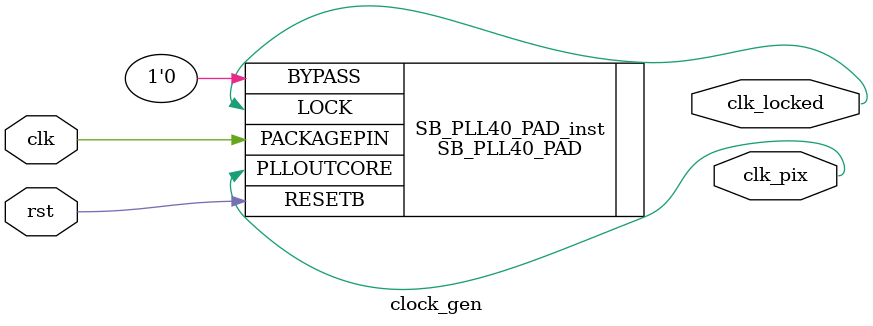
<source format=sv>

`default_nettype none


module clock_gen #(
    parameter FEEDBACK_PATH="SIMPLE",
    parameter DIVR=4'b0000,
    parameter DIVF=7'b1000010,
    parameter DIVQ=3'b101,
    parameter FILTER_RANGE=3'b001
    ) (
    input  wire logic clk,        // board oscillator
    input  wire logic rst,        // reset
    output      logic clk_pix,    // pixel clock
    output      logic clk_locked  // generated clock locked?
    );

    SB_PLL40_PAD #(
        .FEEDBACK_PATH(FEEDBACK_PATH),
        .DIVR(DIVR),
        .DIVF(DIVF),
        .DIVQ(DIVQ),
        .FILTER_RANGE(FILTER_RANGE)
    ) SB_PLL40_PAD_inst (
        .PACKAGEPIN(clk),
        .PLLOUTCORE(clk_pix),
        .RESETB(rst),
        .BYPASS(1'b0),
        .LOCK(clk_locked)
    );
endmodule

</source>
